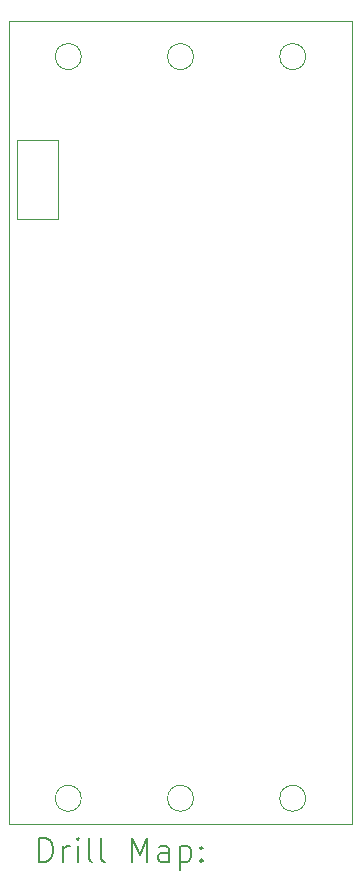
<source format=gbr>
%TF.GenerationSoftware,KiCad,Pcbnew,7.0.5*%
%TF.CreationDate,2024-01-23T00:39:19-05:00*%
%TF.ProjectId,SIDE,53494445-2e6b-4696-9361-645f70636258,rev?*%
%TF.SameCoordinates,Original*%
%TF.FileFunction,Drillmap*%
%TF.FilePolarity,Positive*%
%FSLAX45Y45*%
G04 Gerber Fmt 4.5, Leading zero omitted, Abs format (unit mm)*
G04 Created by KiCad (PCBNEW 7.0.5) date 2024-01-23 00:39:19*
%MOMM*%
%LPD*%
G01*
G04 APERTURE LIST*
%ADD10C,0.100000*%
%ADD11C,0.200000*%
G04 APERTURE END LIST*
D10*
X16992000Y-13349302D02*
X19892000Y-13349302D01*
X18552000Y-13129302D02*
G75*
G03*
X18552000Y-13129302I-110000J0D01*
G01*
X19892000Y-13349302D02*
X19892000Y-6549302D01*
X17602000Y-13129302D02*
G75*
G03*
X17602000Y-13129302I-110000J0D01*
G01*
X19502000Y-13129302D02*
G75*
G03*
X19502000Y-13129302I-110000J0D01*
G01*
X19502000Y-6849302D02*
G75*
G03*
X19502000Y-6849302I-110000J0D01*
G01*
X18552000Y-6849302D02*
G75*
G03*
X18552000Y-6849302I-110000J0D01*
G01*
X19892000Y-6549302D02*
X16992000Y-6549302D01*
X17602000Y-6849302D02*
G75*
G03*
X17602000Y-6849302I-110000J0D01*
G01*
X16992000Y-6549302D02*
X16992000Y-13349302D01*
X17057000Y-7551802D02*
X17407000Y-7551802D01*
X17407000Y-8221802D01*
X17057000Y-8221802D01*
X17057000Y-7551802D01*
D11*
X17247777Y-13665786D02*
X17247777Y-13465786D01*
X17247777Y-13465786D02*
X17295396Y-13465786D01*
X17295396Y-13465786D02*
X17323967Y-13475310D01*
X17323967Y-13475310D02*
X17343015Y-13494357D01*
X17343015Y-13494357D02*
X17352539Y-13513405D01*
X17352539Y-13513405D02*
X17362063Y-13551500D01*
X17362063Y-13551500D02*
X17362063Y-13580072D01*
X17362063Y-13580072D02*
X17352539Y-13618167D01*
X17352539Y-13618167D02*
X17343015Y-13637214D01*
X17343015Y-13637214D02*
X17323967Y-13656262D01*
X17323967Y-13656262D02*
X17295396Y-13665786D01*
X17295396Y-13665786D02*
X17247777Y-13665786D01*
X17447777Y-13665786D02*
X17447777Y-13532453D01*
X17447777Y-13570548D02*
X17457301Y-13551500D01*
X17457301Y-13551500D02*
X17466824Y-13541976D01*
X17466824Y-13541976D02*
X17485872Y-13532453D01*
X17485872Y-13532453D02*
X17504920Y-13532453D01*
X17571586Y-13665786D02*
X17571586Y-13532453D01*
X17571586Y-13465786D02*
X17562063Y-13475310D01*
X17562063Y-13475310D02*
X17571586Y-13484834D01*
X17571586Y-13484834D02*
X17581110Y-13475310D01*
X17581110Y-13475310D02*
X17571586Y-13465786D01*
X17571586Y-13465786D02*
X17571586Y-13484834D01*
X17695396Y-13665786D02*
X17676348Y-13656262D01*
X17676348Y-13656262D02*
X17666824Y-13637214D01*
X17666824Y-13637214D02*
X17666824Y-13465786D01*
X17800158Y-13665786D02*
X17781110Y-13656262D01*
X17781110Y-13656262D02*
X17771586Y-13637214D01*
X17771586Y-13637214D02*
X17771586Y-13465786D01*
X18028729Y-13665786D02*
X18028729Y-13465786D01*
X18028729Y-13465786D02*
X18095396Y-13608643D01*
X18095396Y-13608643D02*
X18162063Y-13465786D01*
X18162063Y-13465786D02*
X18162063Y-13665786D01*
X18343015Y-13665786D02*
X18343015Y-13561024D01*
X18343015Y-13561024D02*
X18333491Y-13541976D01*
X18333491Y-13541976D02*
X18314444Y-13532453D01*
X18314444Y-13532453D02*
X18276348Y-13532453D01*
X18276348Y-13532453D02*
X18257301Y-13541976D01*
X18343015Y-13656262D02*
X18323967Y-13665786D01*
X18323967Y-13665786D02*
X18276348Y-13665786D01*
X18276348Y-13665786D02*
X18257301Y-13656262D01*
X18257301Y-13656262D02*
X18247777Y-13637214D01*
X18247777Y-13637214D02*
X18247777Y-13618167D01*
X18247777Y-13618167D02*
X18257301Y-13599119D01*
X18257301Y-13599119D02*
X18276348Y-13589595D01*
X18276348Y-13589595D02*
X18323967Y-13589595D01*
X18323967Y-13589595D02*
X18343015Y-13580072D01*
X18438253Y-13532453D02*
X18438253Y-13732453D01*
X18438253Y-13541976D02*
X18457301Y-13532453D01*
X18457301Y-13532453D02*
X18495396Y-13532453D01*
X18495396Y-13532453D02*
X18514444Y-13541976D01*
X18514444Y-13541976D02*
X18523967Y-13551500D01*
X18523967Y-13551500D02*
X18533491Y-13570548D01*
X18533491Y-13570548D02*
X18533491Y-13627691D01*
X18533491Y-13627691D02*
X18523967Y-13646738D01*
X18523967Y-13646738D02*
X18514444Y-13656262D01*
X18514444Y-13656262D02*
X18495396Y-13665786D01*
X18495396Y-13665786D02*
X18457301Y-13665786D01*
X18457301Y-13665786D02*
X18438253Y-13656262D01*
X18619205Y-13646738D02*
X18628729Y-13656262D01*
X18628729Y-13656262D02*
X18619205Y-13665786D01*
X18619205Y-13665786D02*
X18609682Y-13656262D01*
X18609682Y-13656262D02*
X18619205Y-13646738D01*
X18619205Y-13646738D02*
X18619205Y-13665786D01*
X18619205Y-13541976D02*
X18628729Y-13551500D01*
X18628729Y-13551500D02*
X18619205Y-13561024D01*
X18619205Y-13561024D02*
X18609682Y-13551500D01*
X18609682Y-13551500D02*
X18619205Y-13541976D01*
X18619205Y-13541976D02*
X18619205Y-13561024D01*
M02*

</source>
